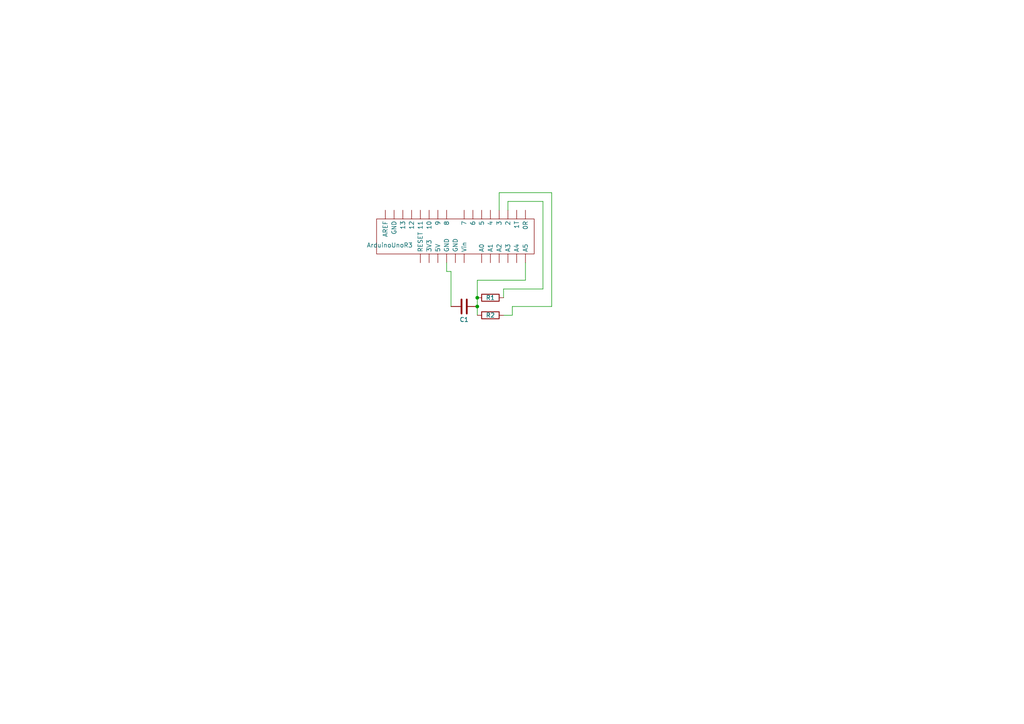
<source format=kicad_sch>
(kicad_sch (version 20230121) (generator eeschema)
  (paper "A4")
  (lib_symbols
    (symbol "Device:C" (pin_numbers hide) (pin_names (offset 0.254))
      (property "Reference" "C" (at 0.635 2.54 0))
      (property "Value" "C" (at 0.635 -2.54 0))
      (symbol "C_0_1"
        (polyline (pts (xy -2.032 -0.762) (xy 2.032 -0.762)) (stroke (width 0.508)))
        (polyline (pts (xy -2.032 0.762) (xy 2.032 0.762)) (stroke (width 0.508)))
      )
      (symbol "C_1_1"
        (pin passive line (at 0 3.81 270) (length 2.794) (name "~") (number "1"))
        (pin passive line (at 0 -3.81 90) (length 2.794) (name "~") (number "2"))
      )
    )
    (symbol "Device:R" (pin_numbers hide) (pin_names (offset 0))
      (property "Reference" "R" (at 2.032 0 90))
      (property "Value" "R" (at 0 0 90))
      (symbol "R_0_1"
        (rectangle (start -1.016 -2.54) (end 1.016 2.54) (stroke (width 0.254)))
      )
      (symbol "R_1_1"
        (pin passive line (at 0 3.81 270) (length 1.27) (name "~") (number "1"))
        (pin passive line (at 0 -3.81 90) (length 1.27) (name "~") (number "2"))
      )
    )
    (symbol "Ore:ArduinoUnoR3"
      (property "Reference" "ArduinoUnoR3" (at 0 0 0))
      (symbol "ArduinoUnoR3_0_1"
        (rectangle (start -27.94 15.24) (end 17.78 5.08))
      )
      (symbol "ArduinoUnoR3_1_1"
        (pin unspecified line (at 15.24 17.78 270) (length 2.54) (name "0R") (number ""))
        (pin unspecified line (at -12.7 17.78 270) (length 2.54) (name "10") (number ""))
        (pin unspecified line (at -15.24 17.78 270) (length 2.54) (name "11") (number ""))
        (pin unspecified line (at -17.78 17.78 270) (length 2.54) (name "12") (number ""))
        (pin unspecified line (at -20.32 17.78 270) (length 2.54) (name "13") (number ""))
        (pin unspecified line (at 12.7 17.78 270) (length 2.54) (name "1T") (number ""))
        (pin unspecified line (at 10.16 17.78 270) (length 2.54) (name "2") (number ""))
        (pin unspecified line (at 7.62 17.78 270) (length 2.54) (name "3") (number ""))
        (pin unspecified line (at -12.7 2.54 90) (length 2.54) (name "3V3") (number ""))
        (pin unspecified line (at 5.08 17.78 270) (length 2.54) (name "4") (number ""))
        (pin unspecified line (at 2.54 17.78 270) (length 2.54) (name "5") (number ""))
        (pin unspecified line (at -10.16 2.54 90) (length 2.54) (name "5V") (number ""))
        (pin unspecified line (at 0 17.78 270) (length 2.54) (name "6") (number ""))
        (pin unspecified line (at -2.54 17.78 270) (length 2.54) (name "7") (number ""))
        (pin unspecified line (at -7.62 17.78 270) (length 2.54) (name "8") (number ""))
        (pin unspecified line (at -10.16 17.78 270) (length 2.54) (name "9") (number ""))
        (pin unspecified line (at 2.54 2.54 90) (length 2.54) (name "A0") (number ""))
        (pin unspecified line (at 5.08 2.54 90) (length 2.54) (name "A1") (number ""))
        (pin unspecified line (at 7.62 2.54 90) (length 2.54) (name "A2") (number ""))
        (pin unspecified line (at 10.16 2.54 90) (length 2.54) (name "A3") (number ""))
        (pin unspecified line (at 12.7 2.54 90) (length 2.54) (name "A4") (number ""))
        (pin unspecified line (at 15.24 2.54 90) (length 2.54) (name "A5") (number ""))
        (pin unspecified line (at -25.4 17.78 270) (length 2.54) (name "AREF") (number ""))
        (pin unspecified line (at -22.86 17.78 270) (length 2.54) (name "GND") (number ""))
        (pin unspecified line (at -7.62 2.54 90) (length 2.54) (name "GND") (number ""))
        (pin unspecified line (at -5.08 2.54 90) (length 2.54) (name "GND") (number ""))
        (pin unspecified line (at -15.24 2.54 90) (length 2.54) (name "RESET") (number ""))
        (pin unspecified line (at -2.54 2.54 90) (length 2.54) (name "Vin") (number ""))
      )
    )
  )
  (junction (at 138.43 86.36))
  (junction (at 138.43 88.9))
  (wire (pts (xy 148.59 88.9) (xy 160.02 88.9)))
  (wire (pts (xy 147.32 60.96) (xy 147.32 58.42)))
  (wire (pts (xy 146.05 91.44) (xy 148.59 91.44)))
  (wire (pts (xy 148.59 91.44) (xy 148.59 88.9)))
  (wire (pts (xy 138.43 86.36) (xy 138.43 88.9)))
  (wire (pts (xy 144.78 55.88) (xy 144.78 60.96)))
  (wire (pts (xy 130.81 78.74) (xy 129.54 78.74)))
  (wire (pts (xy 160.02 88.9) (xy 160.02 55.88)))
  (wire (pts (xy 157.48 58.42) (xy 157.48 83.82)))
  (wire (pts (xy 160.02 55.88) (xy 144.78 55.88)))
  (wire (pts (xy 152.4 76.2) (xy 152.4 81.28)))
  (wire (pts (xy 138.43 81.28) (xy 138.43 86.36)))
  (wire (pts (xy 130.81 78.74) (xy 130.81 88.9)))
  (wire (pts (xy 129.54 76.2) (xy 129.54 78.74)))
  (wire (pts (xy 138.43 88.9) (xy 138.43 91.44)))
  (wire (pts (xy 152.4 81.28) (xy 138.43 81.28)))
  (wire (pts (xy 147.32 58.42) (xy 157.48 58.42)))
  (wire (pts (xy 157.48 83.82) (xy 146.05 83.82)))
  (wire (pts (xy 146.05 83.82) (xy 146.05 86.36)))
  (symbol (lib_id "Device:C") (at 134.62 88.9 270) (unit 1)
    (property "Reference" "C1" (at 134.62 92.71 90))
    (property "Value" "C" (effects hide))
  )
  (symbol (lib_id "Device:R") (at 142.24 91.44 90) (unit 1)
    (property "Reference" "R2" (at 142.24 91.44 90))
    (property "Value" "R" (effects hide))
  )
  (symbol (lib_id "Device:R") (at 142.24 86.36 270) (unit 1)
    (property "Reference" "R1" (at 142.24 86.36 90))
    (property "Value" "R" (effects hide))
  )
  (symbol (lib_id "Ore:ArduinoUnoR3") (at 137.16 78.74 0) (unit 1)
    (property "Reference" "AR" (effects hide))
    (property "Value" "ArduinoUnoR3" (at 113.03 71.12 0))
  )
)
</source>
